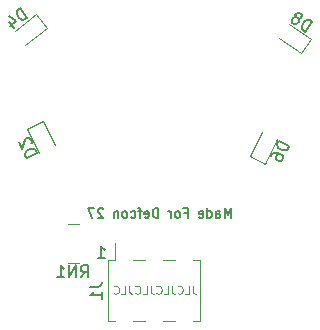
<source format=gbr>
G04 #@! TF.GenerationSoftware,KiCad,Pcbnew,5.1.2*
G04 #@! TF.CreationDate,2019-07-05T14:51:49-05:00*
G04 #@! TF.ProjectId,Goron's_Ruby,476f726f-6e27-4735-9f52-7562792e6b69,rev?*
G04 #@! TF.SameCoordinates,Original*
G04 #@! TF.FileFunction,Legend,Bot*
G04 #@! TF.FilePolarity,Positive*
%FSLAX46Y46*%
G04 Gerber Fmt 4.6, Leading zero omitted, Abs format (unit mm)*
G04 Created by KiCad (PCBNEW 5.1.2) date 2019-07-05 14:51:49*
%MOMM*%
%LPD*%
G04 APERTURE LIST*
%ADD10C,0.150000*%
%ADD11C,0.100000*%
%ADD12C,0.200000*%
%ADD13C,0.120000*%
G04 APERTURE END LIST*
D10*
X141774285Y-115852380D02*
X142345714Y-115852380D01*
X142060000Y-115852380D02*
X142060000Y-114852380D01*
X142155238Y-114995238D01*
X142250476Y-115090476D01*
X142345714Y-115138095D01*
D11*
X149823333Y-118166666D02*
X149823333Y-118666666D01*
X149856666Y-118766666D01*
X149923333Y-118833333D01*
X150023333Y-118866666D01*
X150090000Y-118866666D01*
X149156666Y-118866666D02*
X149490000Y-118866666D01*
X149490000Y-118166666D01*
X148523333Y-118800000D02*
X148556666Y-118833333D01*
X148656666Y-118866666D01*
X148723333Y-118866666D01*
X148823333Y-118833333D01*
X148890000Y-118766666D01*
X148923333Y-118700000D01*
X148956666Y-118566666D01*
X148956666Y-118466666D01*
X148923333Y-118333333D01*
X148890000Y-118266666D01*
X148823333Y-118200000D01*
X148723333Y-118166666D01*
X148656666Y-118166666D01*
X148556666Y-118200000D01*
X148523333Y-118233333D01*
X148023333Y-118166666D02*
X148023333Y-118666666D01*
X148056666Y-118766666D01*
X148123333Y-118833333D01*
X148223333Y-118866666D01*
X148290000Y-118866666D01*
X147356666Y-118866666D02*
X147690000Y-118866666D01*
X147690000Y-118166666D01*
X146723333Y-118800000D02*
X146756666Y-118833333D01*
X146856666Y-118866666D01*
X146923333Y-118866666D01*
X147023333Y-118833333D01*
X147090000Y-118766666D01*
X147123333Y-118700000D01*
X147156666Y-118566666D01*
X147156666Y-118466666D01*
X147123333Y-118333333D01*
X147090000Y-118266666D01*
X147023333Y-118200000D01*
X146923333Y-118166666D01*
X146856666Y-118166666D01*
X146756666Y-118200000D01*
X146723333Y-118233333D01*
X146223333Y-118166666D02*
X146223333Y-118666666D01*
X146256666Y-118766666D01*
X146323333Y-118833333D01*
X146423333Y-118866666D01*
X146490000Y-118866666D01*
X145556666Y-118866666D02*
X145890000Y-118866666D01*
X145890000Y-118166666D01*
X144923333Y-118800000D02*
X144956666Y-118833333D01*
X145056666Y-118866666D01*
X145123333Y-118866666D01*
X145223333Y-118833333D01*
X145290000Y-118766666D01*
X145323333Y-118700000D01*
X145356666Y-118566666D01*
X145356666Y-118466666D01*
X145323333Y-118333333D01*
X145290000Y-118266666D01*
X145223333Y-118200000D01*
X145123333Y-118166666D01*
X145056666Y-118166666D01*
X144956666Y-118200000D01*
X144923333Y-118233333D01*
X144423333Y-118166666D02*
X144423333Y-118666666D01*
X144456666Y-118766666D01*
X144523333Y-118833333D01*
X144623333Y-118866666D01*
X144690000Y-118866666D01*
X143756666Y-118866666D02*
X144090000Y-118866666D01*
X144090000Y-118166666D01*
X143123333Y-118800000D02*
X143156666Y-118833333D01*
X143256666Y-118866666D01*
X143323333Y-118866666D01*
X143423333Y-118833333D01*
X143490000Y-118766666D01*
X143523333Y-118700000D01*
X143556666Y-118566666D01*
X143556666Y-118466666D01*
X143523333Y-118333333D01*
X143490000Y-118266666D01*
X143423333Y-118200000D01*
X143323333Y-118166666D01*
X143256666Y-118166666D01*
X143156666Y-118200000D01*
X143123333Y-118233333D01*
D12*
X153020000Y-112411904D02*
X153020000Y-111611904D01*
X152753333Y-112183333D01*
X152486666Y-111611904D01*
X152486666Y-112411904D01*
X151762857Y-112411904D02*
X151762857Y-111992857D01*
X151800952Y-111916666D01*
X151877142Y-111878571D01*
X152029523Y-111878571D01*
X152105714Y-111916666D01*
X151762857Y-112373809D02*
X151839047Y-112411904D01*
X152029523Y-112411904D01*
X152105714Y-112373809D01*
X152143809Y-112297619D01*
X152143809Y-112221428D01*
X152105714Y-112145238D01*
X152029523Y-112107142D01*
X151839047Y-112107142D01*
X151762857Y-112069047D01*
X151039047Y-112411904D02*
X151039047Y-111611904D01*
X151039047Y-112373809D02*
X151115238Y-112411904D01*
X151267619Y-112411904D01*
X151343809Y-112373809D01*
X151381904Y-112335714D01*
X151420000Y-112259523D01*
X151420000Y-112030952D01*
X151381904Y-111954761D01*
X151343809Y-111916666D01*
X151267619Y-111878571D01*
X151115238Y-111878571D01*
X151039047Y-111916666D01*
X150353333Y-112373809D02*
X150429523Y-112411904D01*
X150581904Y-112411904D01*
X150658095Y-112373809D01*
X150696190Y-112297619D01*
X150696190Y-111992857D01*
X150658095Y-111916666D01*
X150581904Y-111878571D01*
X150429523Y-111878571D01*
X150353333Y-111916666D01*
X150315238Y-111992857D01*
X150315238Y-112069047D01*
X150696190Y-112145238D01*
X149096190Y-111992857D02*
X149362857Y-111992857D01*
X149362857Y-112411904D02*
X149362857Y-111611904D01*
X148981904Y-111611904D01*
X148562857Y-112411904D02*
X148639047Y-112373809D01*
X148677142Y-112335714D01*
X148715238Y-112259523D01*
X148715238Y-112030952D01*
X148677142Y-111954761D01*
X148639047Y-111916666D01*
X148562857Y-111878571D01*
X148448571Y-111878571D01*
X148372380Y-111916666D01*
X148334285Y-111954761D01*
X148296190Y-112030952D01*
X148296190Y-112259523D01*
X148334285Y-112335714D01*
X148372380Y-112373809D01*
X148448571Y-112411904D01*
X148562857Y-112411904D01*
X147953333Y-112411904D02*
X147953333Y-111878571D01*
X147953333Y-112030952D02*
X147915238Y-111954761D01*
X147877142Y-111916666D01*
X147800952Y-111878571D01*
X147724761Y-111878571D01*
X146848571Y-112411904D02*
X146848571Y-111611904D01*
X146658095Y-111611904D01*
X146543809Y-111650000D01*
X146467619Y-111726190D01*
X146429523Y-111802380D01*
X146391428Y-111954761D01*
X146391428Y-112069047D01*
X146429523Y-112221428D01*
X146467619Y-112297619D01*
X146543809Y-112373809D01*
X146658095Y-112411904D01*
X146848571Y-112411904D01*
X145743809Y-112373809D02*
X145820000Y-112411904D01*
X145972380Y-112411904D01*
X146048571Y-112373809D01*
X146086666Y-112297619D01*
X146086666Y-111992857D01*
X146048571Y-111916666D01*
X145972380Y-111878571D01*
X145820000Y-111878571D01*
X145743809Y-111916666D01*
X145705714Y-111992857D01*
X145705714Y-112069047D01*
X146086666Y-112145238D01*
X145477142Y-111878571D02*
X145172380Y-111878571D01*
X145362857Y-112411904D02*
X145362857Y-111726190D01*
X145324761Y-111650000D01*
X145248571Y-111611904D01*
X145172380Y-111611904D01*
X144562857Y-112373809D02*
X144639047Y-112411904D01*
X144791428Y-112411904D01*
X144867619Y-112373809D01*
X144905714Y-112335714D01*
X144943809Y-112259523D01*
X144943809Y-112030952D01*
X144905714Y-111954761D01*
X144867619Y-111916666D01*
X144791428Y-111878571D01*
X144639047Y-111878571D01*
X144562857Y-111916666D01*
X144105714Y-112411904D02*
X144181904Y-112373809D01*
X144220000Y-112335714D01*
X144258095Y-112259523D01*
X144258095Y-112030952D01*
X144220000Y-111954761D01*
X144181904Y-111916666D01*
X144105714Y-111878571D01*
X143991428Y-111878571D01*
X143915238Y-111916666D01*
X143877142Y-111954761D01*
X143839047Y-112030952D01*
X143839047Y-112259523D01*
X143877142Y-112335714D01*
X143915238Y-112373809D01*
X143991428Y-112411904D01*
X144105714Y-112411904D01*
X143496190Y-111878571D02*
X143496190Y-112411904D01*
X143496190Y-111954761D02*
X143458095Y-111916666D01*
X143381904Y-111878571D01*
X143267619Y-111878571D01*
X143191428Y-111916666D01*
X143153333Y-111992857D01*
X143153333Y-112411904D01*
X142200952Y-111688095D02*
X142162857Y-111650000D01*
X142086666Y-111611904D01*
X141896190Y-111611904D01*
X141820000Y-111650000D01*
X141781904Y-111688095D01*
X141743809Y-111764285D01*
X141743809Y-111840476D01*
X141781904Y-111954761D01*
X142239047Y-112411904D01*
X141743809Y-112411904D01*
X141477142Y-111611904D02*
X140943809Y-111611904D01*
X141286666Y-112411904D01*
D13*
X136790083Y-106941238D02*
X135788405Y-104887494D01*
X135788405Y-104887494D02*
X137109632Y-104243088D01*
X137109632Y-104243088D02*
X138111311Y-106296832D01*
X137425967Y-96358736D02*
X135625363Y-97765522D01*
X136520945Y-95200360D02*
X137425967Y-96358736D01*
X134720340Y-96607146D02*
X136520945Y-95200360D01*
X154633622Y-107204706D02*
X155635300Y-105150962D01*
X155954849Y-107849112D02*
X154633622Y-107204706D01*
X156956528Y-105795368D02*
X155954849Y-107849112D01*
X157921175Y-95987371D02*
X159792937Y-97297993D01*
X159792937Y-97297993D02*
X158949780Y-98502147D01*
X158949780Y-98502147D02*
X157078018Y-97191525D01*
X142630000Y-116000000D02*
X142630000Y-121200000D01*
X150370000Y-116000000D02*
X150370000Y-121200000D01*
X143200000Y-114560000D02*
X143200000Y-116000000D01*
X142630000Y-116000000D02*
X143200000Y-116000000D01*
X142630000Y-121200000D02*
X143200000Y-121200000D01*
X149800000Y-116000000D02*
X150370000Y-116000000D01*
X149800000Y-121200000D02*
X150370000Y-121200000D01*
X144720000Y-116000000D02*
X145740000Y-116000000D01*
X144720000Y-121200000D02*
X145740000Y-121200000D01*
X147260000Y-116000000D02*
X148280000Y-116000000D01*
X147260000Y-121200000D02*
X148280000Y-121200000D01*
X139200000Y-116280000D02*
X140200000Y-116280000D01*
X139200000Y-112920000D02*
X140200000Y-112920000D01*
D10*
X135731687Y-107388577D02*
X136630481Y-106950206D01*
X136526107Y-106736207D01*
X136420683Y-106628683D01*
X136293334Y-106584833D01*
X136186859Y-106583783D01*
X135994786Y-106624482D01*
X135866386Y-106687107D01*
X135716062Y-106813406D01*
X135651338Y-106897955D01*
X135607488Y-107025304D01*
X135627313Y-107174578D01*
X135731687Y-107388577D01*
X136127385Y-106135961D02*
X136149310Y-106072286D01*
X136150360Y-105965812D01*
X136045986Y-105751814D01*
X135961437Y-105687089D01*
X135897762Y-105665164D01*
X135791288Y-105664114D01*
X135705688Y-105705864D01*
X135598164Y-105811288D01*
X135335065Y-106575382D01*
X135063693Y-106018986D01*
X135783004Y-95469014D02*
X135167343Y-94681003D01*
X134979721Y-94827589D01*
X134896465Y-94953065D01*
X134880051Y-95086748D01*
X134901161Y-95191114D01*
X134980906Y-95370528D01*
X135068857Y-95483101D01*
X135223650Y-95603881D01*
X135319809Y-95649613D01*
X135453492Y-95666027D01*
X135595382Y-95615600D01*
X135783004Y-95469014D01*
X134246833Y-95823190D02*
X134657274Y-96348530D01*
X134199917Y-95376409D02*
X134827297Y-95792688D01*
X134339481Y-96173812D01*
X157960648Y-106353986D02*
X157061854Y-105915615D01*
X156957480Y-106129613D01*
X156937656Y-106278887D01*
X156981505Y-106406236D01*
X157046230Y-106490785D01*
X157196554Y-106617084D01*
X157324953Y-106679709D01*
X157517027Y-106720408D01*
X157623501Y-106719358D01*
X157750850Y-106675509D01*
X157856274Y-106567984D01*
X157960648Y-106353986D01*
X156435610Y-107199606D02*
X156519109Y-107028407D01*
X156603659Y-106963683D01*
X156667333Y-106941758D01*
X156837482Y-106918783D01*
X157029556Y-106959482D01*
X157371953Y-107126481D01*
X157436678Y-107211030D01*
X157458603Y-107274705D01*
X157459653Y-107381179D01*
X157376154Y-107552378D01*
X157291604Y-107617102D01*
X157227930Y-107639027D01*
X157121455Y-107640077D01*
X156907457Y-107535703D01*
X156842732Y-107451154D01*
X156820807Y-107387479D01*
X156819757Y-107281005D01*
X156903257Y-107109806D01*
X156987806Y-107045082D01*
X157051480Y-107023157D01*
X157157955Y-107022107D01*
X159320269Y-96670844D02*
X159893845Y-95851692D01*
X159698809Y-95715126D01*
X159554474Y-95672194D01*
X159421833Y-95695582D01*
X159328200Y-95746284D01*
X159179940Y-95874999D01*
X159098000Y-95992021D01*
X159027755Y-96175363D01*
X159012136Y-96280691D01*
X159035524Y-96413332D01*
X159125232Y-96534279D01*
X159320269Y-96670844D01*
X158711853Y-95547242D02*
X158817181Y-95562861D01*
X158883501Y-95551167D01*
X158977134Y-95500465D01*
X159004448Y-95461458D01*
X159020067Y-95356130D01*
X159008373Y-95289810D01*
X158957671Y-95196176D01*
X158801642Y-95086924D01*
X158696315Y-95071305D01*
X158629994Y-95082999D01*
X158536361Y-95133700D01*
X158509048Y-95172707D01*
X158493429Y-95278035D01*
X158505123Y-95344355D01*
X158555824Y-95437989D01*
X158711853Y-95547242D01*
X158762554Y-95640875D01*
X158774248Y-95707195D01*
X158758629Y-95812523D01*
X158649377Y-95968552D01*
X158555743Y-96019253D01*
X158489423Y-96030947D01*
X158384095Y-96015328D01*
X158228066Y-95906076D01*
X158177365Y-95812442D01*
X158165671Y-95746122D01*
X158181290Y-95640794D01*
X158290542Y-95484765D01*
X158384176Y-95434064D01*
X158450496Y-95422370D01*
X158555824Y-95437989D01*
X141082380Y-118266666D02*
X141796666Y-118266666D01*
X141939523Y-118219047D01*
X142034761Y-118123809D01*
X142082380Y-117980952D01*
X142082380Y-117885714D01*
X142082380Y-119266666D02*
X142082380Y-118695238D01*
X142082380Y-118980952D02*
X141082380Y-118980952D01*
X141225238Y-118885714D01*
X141320476Y-118790476D01*
X141368095Y-118695238D01*
X140320476Y-117462380D02*
X140653809Y-116986190D01*
X140891904Y-117462380D02*
X140891904Y-116462380D01*
X140510952Y-116462380D01*
X140415714Y-116510000D01*
X140368095Y-116557619D01*
X140320476Y-116652857D01*
X140320476Y-116795714D01*
X140368095Y-116890952D01*
X140415714Y-116938571D01*
X140510952Y-116986190D01*
X140891904Y-116986190D01*
X139891904Y-117462380D02*
X139891904Y-116462380D01*
X139320476Y-117462380D01*
X139320476Y-116462380D01*
X138320476Y-117462380D02*
X138891904Y-117462380D01*
X138606190Y-117462380D02*
X138606190Y-116462380D01*
X138701428Y-116605238D01*
X138796666Y-116700476D01*
X138891904Y-116748095D01*
M02*

</source>
